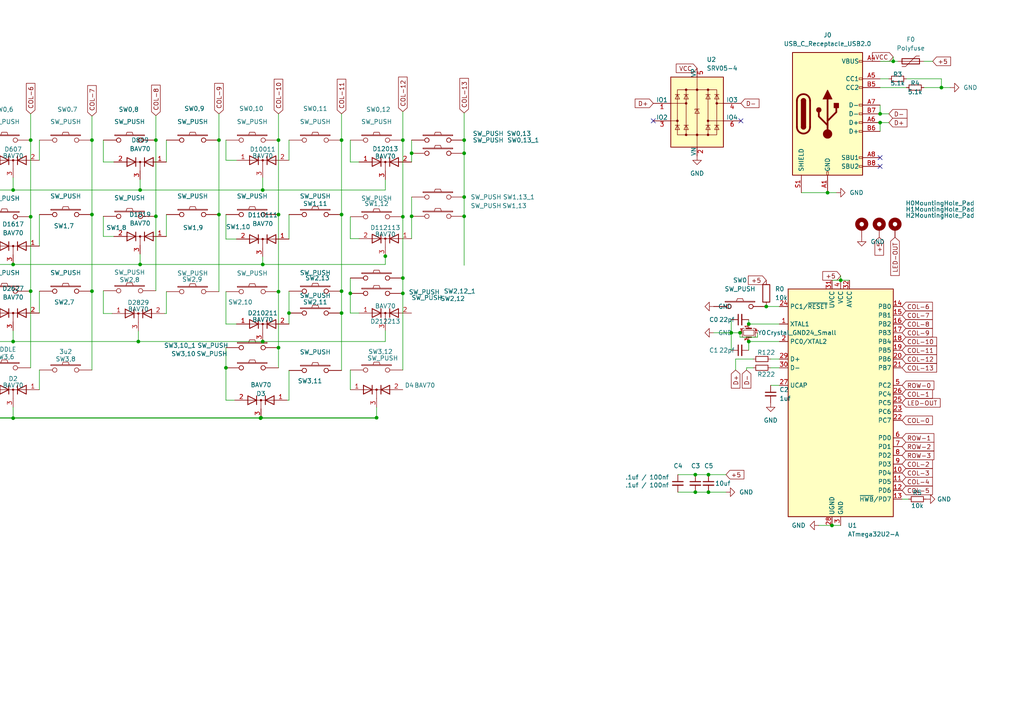
<source format=kicad_sch>
(kicad_sch (version 20211123) (generator eeschema)
  (paper "A4")
  (junction (at 134.62 57.15))
  (junction (at 26.67 40.64))
  (junction (at 212.09 96.52))
  (junction (at 205.486 142.748))
  (junction (at 119.38 62.738))
  (junction (at 241.3 152.4))
  (junction (at 109.22 121.158))
  (junction (at -68.58 84.328))
  (junction (at 217.17 93.98))
  (junction (at 99.06 62.23))
  (junction (at 65.532 106.68))
  (junction (at -103.886 84.328))
  (junction (at -68.58 40.64))
  (junction (at -108.204 76.708))
  (junction (at 45.212 40.64))
  (junction (at 76.2 99.06))
  (junction (at 80.772 62.23))
  (junction (at 134.62 40.64))
  (junction (at 8.89 62.865))
  (junction (at -103.886 40.64))
  (junction (at 75.565 121.285))
  (junction (at 116.84 80.645))
  (junction (at 3.81 121.285))
  (junction (at 214.63 96.52))
  (junction (at 83.82 90.805))
  (junction (at -27.305 40.64))
  (junction (at 116.84 40.64))
  (junction (at -108.712 121.158))
  (junction (at 75.692 121.158))
  (junction (at -8.89 40.64))
  (junction (at 119.38 44.45))
  (junction (at 101.6 85.09))
  (junction (at 116.84 85.09))
  (junction (at -50.8 84.455))
  (junction (at 255.27 33.02))
  (junction (at 3.81 55.118))
  (junction (at 111.76 74.295))
  (junction (at 3.81 76.708))
  (junction (at 26.67 84.455))
  (junction (at 240.03 55.88))
  (junction (at -50.8 40.64))
  (junction (at -27.178 62.23))
  (junction (at -73.66 76.708))
  (junction (at -108.458 55.118))
  (junction (at -103.886 62.738))
  (junction (at 63.5 62.23))
  (junction (at 3.81 99.06))
  (junction (at -8.89 62.23))
  (junction (at 80.772 40.64))
  (junction (at -68.58 62.865))
  (junction (at 217.17 99.06))
  (junction (at 40.132 99.06))
  (junction (at 134.62 62.738))
  (junction (at 8.89 40.64))
  (junction (at -6.35 62.865))
  (junction (at 205.486 137.668))
  (junction (at 99.06 40.64))
  (junction (at -27.178 40.64))
  (junction (at -85.598 40.386))
  (junction (at 222.25 88.9))
  (junction (at -31.75 55.118))
  (junction (at -85.598 84.328))
  (junction (at -50.8 62.865))
  (junction (at 40.64 76.708))
  (junction (at 243.84 81.28))
  (junction (at 259.08 17.78))
  (junction (at -73.66 55.118))
  (junction (at 45.212 62.738))
  (junction (at 80.772 84.582))
  (junction (at -32.004 76.708))
  (junction (at 40.64 55.118))
  (junction (at 255.27 35.56))
  (junction (at 116.84 62.865))
  (junction (at 201.676 142.748))
  (junction (at -68.58 102.87))
  (junction (at 201.676 137.668))
  (junction (at 26.67 62.23))
  (junction (at -85.598 62.484))
  (junction (at 76.2 55.118))
  (junction (at 273.05 25.4))
  (junction (at 99.06 90.805))
  (junction (at -108.458 99.06))
  (junction (at -31.75 99.06))
  (junction (at 99.06 84.455))
  (junction (at -83.82 107.315))
  (junction (at 63.5 40.64))
  (junction (at -73.66 99.06))
  (junction (at 134.62 44.45))
  (junction (at 80.772 100.838))
  (junction (at 76.2 76.708))
  (junction (at 8.89 84.455))
  (no_connect (at 214.884 35.052))
  (no_connect (at 255.27 45.72))
  (no_connect (at 189.484 35.052))
  (no_connect (at 255.27 48.26))
  (wire (pts (xy 267.97 17.78) (xy 270.51 17.78)))
  (wire (pts (xy 3.81 55.118) (xy 40.64 55.118)))
  (wire (pts (xy -119.126 116.078) (xy -119.126 106.68)))
  (wire (pts (xy 63.5 40.64) (xy 63.5 62.23)))
  (wire (pts (xy 68.58 69.342) (xy 65.532 69.342)))
  (wire (pts (xy 29.972 46.99) (xy 29.972 40.64)))
  (wire (pts (xy -83.82 113.03) (xy -81.28 113.03)))
  (wire (pts (xy 219.71 97.79) (xy 214.63 97.79)))
  (wire (pts (xy 80.772 40.64) (xy 80.772 62.23)))
  (wire (pts (xy 48.26 40.64) (xy 48.26 46.99)))
  (wire (pts (xy 3.81 118.11) (xy 3.81 121.285)))
  (wire (pts (xy -6.35 46.482) (xy -3.81 46.482)))
  (wire (pts (xy 109.22 118.11) (xy 109.22 121.158)))
  (wire (pts (xy 217.17 92.71) (xy 217.17 93.98)))
  (wire (pts (xy -85.598 33.274) (xy -85.598 40.386)))
  (wire (pts (xy 76.2 55.118) (xy 111.76 55.118)))
  (wire (pts (xy 205.486 137.668) (xy 210.566 137.668)))
  (wire (pts (xy 101.6 107.315) (xy 101.6 113.03)))
  (wire (pts (xy -100.838 40.386) (xy -100.838 46.228)))
  (wire (pts (xy -24.13 62.23) (xy -24.13 68.58)))
  (wire (pts (xy -81.28 50.038) (xy -83.82 50.038)))
  (wire (pts (xy 243.84 81.28) (xy 246.38 81.28)))
  (wire (pts (xy -31.75 99.06) (xy 3.81 99.06)))
  (wire (pts (xy 119.38 40.64) (xy 119.38 44.45)))
  (wire (pts (xy -73.66 99.06) (xy -31.75 99.06)))
  (wire (pts (xy -100.838 62.484) (xy -100.838 63.5)))
  (wire (pts (xy 134.62 40.64) (xy 134.62 44.45)))
  (wire (pts (xy -85.598 40.386) (xy -85.598 62.484)))
  (wire (pts (xy -119.126 90.678) (xy -116.078 90.678)))
  (wire (pts (xy 217.17 99.06) (xy 217.17 101.6)))
  (wire (pts (xy 76.2 76.708) (xy 111.76 76.708)))
  (wire (pts (xy 111.76 52.07) (xy 111.76 55.118)))
  (wire (pts (xy 101.6 62.865) (xy 101.6 69.215)))
  (wire (pts (xy 201.676 142.748) (xy 205.486 142.748)))
  (wire (pts (xy -100.584 63.5) (xy -100.584 68.58)))
  (wire (pts (xy -85.598 62.484) (xy -85.598 84.328)))
  (wire (pts (xy -66.04 40.64) (xy -66.04 50.038)))
  (wire (pts (xy -24.13 40.64) (xy -24.13 46.482)))
  (wire (pts (xy -50.8 33.02) (xy -50.8 40.64)))
  (wire (pts (xy -103.886 84.328) (xy -103.886 106.68)))
  (wire (pts (xy -6.35 113.03) (xy -3.81 113.03)))
  (wire (pts (xy 3.81 95.885) (xy 3.81 99.06)))
  (wire (pts (xy 196.596 137.668) (xy 201.676 137.668)))
  (wire (pts (xy 99.06 90.805) (xy 99.06 107.442)))
  (wire (pts (xy 65.532 69.342) (xy 65.532 62.23)))
  (wire (pts (xy 80.772 62.23) (xy 80.772 84.582)))
  (wire (pts (xy -83.82 68.58) (xy -81.28 68.58)))
  (wire (pts (xy 101.6 85.09) (xy 101.6 80.645)))
  (wire (pts (xy -83.82 107.315) (xy -83.82 113.03)))
  (wire (pts (xy 99.06 33.02) (xy 99.06 40.64)))
  (wire (pts (xy 212.09 96.52) (xy 212.09 101.6)))
  (wire (pts (xy 255.27 35.56) (xy 255.27 38.1)))
  (wire (pts (xy 116.84 32.385) (xy 116.84 40.64)))
  (wire (pts (xy 29.972 90.932) (xy 32.512 90.932)))
  (wire (pts (xy 119.38 62.738) (xy 119.38 69.215)))
  (wire (pts (xy 83.82 40.64) (xy 83.82 46.482)))
  (wire (pts (xy 259.08 16.51) (xy 259.08 17.78)))
  (wire (pts (xy -27.178 62.23) (xy -27.178 84.582)))
  (wire (pts (xy 214.63 97.79) (xy 214.63 96.52)))
  (wire (pts (xy 40.64 76.708) (xy 76.2 76.708)))
  (wire (pts (xy -27.305 40.64) (xy -27.178 40.64)))
  (wire (pts (xy 83.82 116.078) (xy 83.312 116.078)))
  (wire (pts (xy 63.5 62.23) (xy 63.5 84.582)))
  (wire (pts (xy 3.81 51.562) (xy 3.81 55.118)))
  (wire (pts (xy -100.838 63.5) (xy -100.584 63.5)))
  (wire (pts (xy 111.76 95.885) (xy 111.76 99.06)))
  (wire (pts (xy 29.972 84.328) (xy 29.972 90.932)))
  (wire (pts (xy -103.886 40.64) (xy -103.886 62.738)))
  (wire (pts (xy -83.82 62.865) (xy -83.82 68.58)))
  (wire (pts (xy -127.254 99.06) (xy -108.458 99.06)))
  (wire (pts (xy 40.64 55.118) (xy 76.2 55.118)))
  (wire (pts (xy -31.75 51.562) (xy -31.75 55.118)))
  (wire (pts (xy -32.004 73.66) (xy -32.004 76.708)))
  (wire (pts (xy 40.64 52.07) (xy 40.64 55.118)))
  (wire (pts (xy 255.27 30.48) (xy 255.27 33.02)))
  (wire (pts (xy -27.178 40.64) (xy -27.178 62.23)))
  (wire (pts (xy 99.06 40.64) (xy 99.06 62.23)))
  (wire (pts (xy 223.52 111.76) (xy 226.06 111.76)))
  (wire (pts (xy 116.84 85.09) (xy 116.84 107.315)))
  (wire (pts (xy 26.67 33.655) (xy 26.67 40.64)))
  (wire (pts (xy -42.418 90.678) (xy -42.418 84.582)))
  (wire (pts (xy 232.41 55.88) (xy 240.03 55.88)))
  (wire (pts (xy 217.17 99.06) (xy 226.06 99.06)))
  (wire (pts (xy 83.82 90.805) (xy 83.82 93.98)))
  (wire (pts (xy 134.62 57.15) (xy 134.62 62.738)))
  (wire (pts (xy -6.35 62.865) (xy -6.35 71.374)))
  (wire (pts (xy -6.35 40.64) (xy -6.35 46.482)))
  (wire (pts (xy 259.08 17.78) (xy 260.35 17.78)))
  (wire (pts (xy -68.58 40.64) (xy -68.58 62.865)))
  (wire (pts (xy -108.458 99.06) (xy -73.66 99.06)))
  (wire (pts (xy 80.772 100.838) (xy 80.772 106.68)))
  (wire (pts (xy 11.43 62.23) (xy 11.43 71.374)))
  (wire (pts (xy 255.27 25.4) (xy 262.89 25.4)))
  (wire (pts (xy 101.6 40.64) (xy 101.6 46.99)))
  (wire (pts (xy -68.58 102.87) (xy -68.58 107.315)))
  (wire (pts (xy 216.535 106.68) (xy 216.535 107.315)))
  (wire (pts (xy 243.84 80.01) (xy 243.84 81.28)))
  (wire (pts (xy -103.886 62.738) (xy -103.886 84.328)))
  (wire (pts (xy -119.126 68.58) (xy -115.824 68.58)))
  (wire (pts (xy -8.89 40.64) (xy -8.89 62.23)))
  (wire (pts (xy -119.126 40.64) (xy -119.126 46.228)))
  (wire (pts (xy 212.09 92.71) (xy 212.09 96.52)))
  (wire (pts (xy 104.14 90.805) (xy 101.6 90.805)))
  (wire (pts (xy -108.458 51.308) (xy -108.458 55.118)))
  (wire (pts (xy -50.8 62.865) (xy -50.8 84.455)))
  (wire (pts (xy -66.04 84.455) (xy -66.04 90.678)))
  (wire (pts (xy 8.89 33.02) (xy 8.89 40.64)))
  (wire (pts (xy 3.81 76.708) (xy 40.64 76.708)))
  (wire (pts (xy 116.84 80.645) (xy 116.84 85.09)))
  (wire (pts (xy -119.126 62.738) (xy -119.126 68.58)))
  (wire (pts (xy -24.13 68.58) (xy -24.384 68.58)))
  (wire (pts (xy -119.126 84.328) (xy -119.126 90.678)))
  (wire (pts (xy 33.02 46.99) (xy 29.972 46.99)))
  (wire (pts (xy 134.62 44.45) (xy 134.62 57.15)))
  (wire (pts (xy 68.58 46.482) (xy 65.532 46.482)))
  (wire (pts (xy 83.82 62.23) (xy 83.82 69.342)))
  (wire (pts (xy -3.81 71.374) (xy -6.35 71.374)))
  (wire (pts (xy -100.838 116.078) (xy -101.092 116.078)))
  (wire (pts (xy 109.22 121.158) (xy 109.22 121.285)))
  (wire (pts (xy 237.49 152.4) (xy 241.3 152.4)))
  (wire (pts (xy -73.66 55.118) (xy -108.458 55.118)))
  (wire (pts (xy 83.82 107.442) (xy 83.82 116.078)))
  (wire (pts (xy 273.05 22.86) (xy 273.05 25.4)))
  (wire (pts (xy -73.66 73.66) (xy -73.66 76.708)))
  (wire (pts (xy -83.82 40.64) (xy -83.82 50.038)))
  (wire (pts (xy 65.532 100.838) (xy 65.532 106.68)))
  (wire (pts (xy 65.532 116.078) (xy 65.532 106.68)))
  (wire (pts (xy -108.458 55.118) (xy -127.508 55.118)))
  (wire (pts (xy 255.27 35.56) (xy 257.81 35.56)))
  (wire (pts (xy 111.76 74.168) (xy 111.76 74.295)))
  (wire (pts (xy -73.66 95.758) (xy -73.66 99.06)))
  (wire (pts (xy 75.565 121.285) (xy 109.22 121.285)))
  (wire (pts (xy -85.598 84.328) (xy -85.598 107.95)))
  (wire (pts (xy -108.204 73.66) (xy -108.204 76.708)))
  (wire (pts (xy -83.82 102.87) (xy -83.82 107.315)))
  (wire (pts (xy 11.43 107.315) (xy 11.43 113.03)))
  (wire (pts (xy 134.62 32.766) (xy 134.62 40.64)))
  (wire (pts (xy 212.09 96.52) (xy 214.63 96.52)))
  (wire (pts (xy -50.8 40.64) (xy -50.8 62.865)))
  (wire (pts (xy 45.212 33.528) (xy 45.212 40.64)))
  (wire (pts (xy 65.532 84.582) (xy 65.532 93.98)))
  (wire (pts (xy -83.82 84.328) (xy -83.82 90.678)))
  (wire (pts (xy -42.418 40.64) (xy -42.418 46.482)))
  (wire (pts (xy 240.03 55.88) (xy 242.57 55.88)))
  (wire (pts (xy 11.43 84.455) (xy 11.43 90.805)))
  (wire (pts (xy -24.13 84.328) (xy -24.13 90.678)))
  (wire (pts (xy 3.81 121.285) (xy 75.565 121.285)))
  (wire (pts (xy 205.486 142.748) (xy 210.566 142.748)))
  (wire (pts (xy 134.62 62.738) (xy 134.62 76.962)))
  (wire (pts (xy 218.44 106.68) (xy 216.535 106.68)))
  (wire (pts (xy -103.886 32.258) (xy -103.886 40.64)))
  (wire (pts (xy 101.6 90.805) (xy 101.6 85.09)))
  (wire (pts (xy 26.67 40.64) (xy 26.67 62.23)))
  (wire (pts (xy -8.89 33.655) (xy -8.89 40.64)))
  (wire (pts (xy 255.27 17.78) (xy 259.08 17.78)))
  (wire (pts (xy -116.332 116.078) (xy -119.126 116.078)))
  (wire (pts (xy -42.418 46.482) (xy -39.37 46.482)))
  (wire (pts (xy 3.81 76.454) (xy 3.81 76.708)))
  (wire (pts (xy 255.27 22.86) (xy 257.81 22.86)))
  (wire (pts (xy 40.132 96.012) (xy 40.132 99.06)))
  (wire (pts (xy 45.212 62.738) (xy 45.212 84.328)))
  (wire (pts (xy 29.972 62.738) (xy 29.972 68.58)))
  (wire (pts (xy 3.81 99.06) (xy 40.132 99.06)))
  (wire (pts (xy 241.3 152.4) (xy 243.84 152.4)))
  (wire (pts (xy 111.76 74.295) (xy 111.76 76.708)))
  (wire (pts (xy 273.05 25.4) (xy 267.97 25.4)))
  (wire (pts (xy -100.838 84.328) (xy -100.838 90.678)))
  (wire (pts (xy -27.305 32.258) (xy -27.305 40.64)))
  (wire (pts (xy 213.36 104.14) (xy 213.36 107.315)))
  (wire (pts (xy 26.67 62.23) (xy 26.67 84.455)))
  (wire (pts (xy 8.89 62.865) (xy 8.89 84.455)))
  (wire (pts (xy -31.75 95.758) (xy -31.75 99.06)))
  (wire (pts (xy 116.84 40.64) (xy 116.84 62.865)))
  (wire (pts (xy 8.89 84.455) (xy 8.89 106.68)))
  (wire (pts (xy 119.38 44.45) (xy 119.38 46.99)))
  (wire (pts (xy 40.132 99.06) (xy 76.2 99.06)))
  (wire (pts (xy 99.06 84.455) (xy 99.06 90.805)))
  (wire (pts (xy -73.66 121.285) (xy 3.81 121.285)))
  (wire (pts (xy 26.67 84.455) (xy 26.67 107.315)))
  (wire (pts (xy 83.82 84.455) (xy 83.82 90.805)))
  (wire (pts (xy -127 76.708) (xy -108.204 76.708)))
  (wire (pts (xy -66.04 62.865) (xy -66.04 68.58)))
  (wire (pts (xy -6.35 106.68) (xy -6.35 113.03)))
  (wire (pts (xy 255.27 33.02) (xy 257.81 33.02)))
  (wire (pts (xy -68.58 84.328) (xy -68.58 102.87)))
  (wire (pts (xy 217.17 93.98) (xy 226.06 93.98)))
  (wire (pts (xy 65.532 46.482) (xy 65.532 40.64)))
  (wire (pts (xy 116.84 62.865) (xy 116.84 80.645)))
  (wire (pts (xy 223.52 104.14) (xy 226.06 104.14)))
  (wire (pts (xy -108.712 121.158) (xy 75.692 121.158)))
  (wire (pts (xy -73.66 76.708) (xy -32.004 76.708)))
  (wire (pts (xy 29.972 68.58) (xy 33.02 68.58)))
  (wire (pts (xy 261.62 144.78) (xy 263.525 144.78)))
  (wire (pts (xy 48.26 62.23) (xy 48.26 68.58)))
  (wire (pts (xy -6.35 62.738) (xy -6.35 62.865)))
  (wire (pts (xy 101.6 69.215) (xy 104.14 69.215)))
  (wire (pts (xy -31.75 55.118) (xy 3.81 55.118)))
  (wire (pts (xy -68.58 62.865) (xy -68.58 84.328)))
  (wire (pts (xy 40.64 73.66) (xy 40.64 76.708)))
  (wire (pts (xy -66.04 106.68) (xy -66.04 113.03)))
  (wire (pts (xy 80.772 84.582) (xy 80.772 100.838)))
  (wire (pts (xy -6.35 90.805) (xy -6.35 84.455)))
  (wire (pts (xy -42.418 68.58) (xy -39.624 68.58)))
  (wire (pts (xy -8.89 62.23) (xy -8.89 84.328)))
  (wire (pts (xy -42.418 62.23) (xy -42.418 68.58)))
  (wire (pts (xy -32.004 76.708) (xy 3.81 76.708)))
  (wire (pts (xy 223.52 106.68) (xy 226.06 106.68)))
  (wire (pts (xy 262.89 22.86) (xy 273.05 22.86)))
  (wire (pts (xy -73.66 55.118) (xy -31.75 55.118)))
  (wire (pts (xy -68.58 32.385) (xy -68.58 40.64)))
  (wire (pts (xy -100.838 107.95) (xy -100.838 116.078)))
  (wire (pts (xy -108.458 95.758) (xy -108.458 99.06)))
  (wire (pts (xy 196.596 142.748) (xy 201.676 142.748)))
  (wire (pts (xy -119.126 46.228) (xy -116.078 46.228)))
  (wire (pts (xy 218.44 104.14) (xy 213.36 104.14)))
  (wire (pts (xy 80.772 33.02) (xy 80.772 40.64)))
  (wire (pts (xy 48.26 90.932) (xy 47.752 90.932)))
  (wire (pts (xy 99.06 62.23) (xy 99.06 84.455)))
  (wire (pts (xy -50.8 84.455) (xy -50.8 106.68)))
  (wire (pts (xy 65.532 93.98) (xy 68.58 93.98)))
  (wire (pts (xy 68.072 116.078) (xy 65.532 116.078)))
  (wire (pts (xy 76.2 99.06) (xy 111.76 99.06)))
  (wire (pts (xy -83.82 90.678) (xy -81.28 90.678)))
  (wire (pts (xy 273.05 25.4) (xy 275.59 25.4)))
  (wire (pts (xy 101.6 46.99) (xy 104.14 46.99)))
  (wire (pts (xy 201.676 137.668) (xy 205.486 137.668)))
  (wire (pts (xy 119.38 57.15) (xy 119.38 62.738)))
  (wire (pts (xy -108.204 76.708) (xy -73.66 76.708)))
  (wire (pts (xy 45.212 40.64) (xy 45.212 62.738)))
  (wire (pts (xy 11.43 40.64) (xy 11.43 46.482)))
  (wire (pts (xy -127 121.158) (xy -108.712 121.158)))
  (wire (pts (xy 241.3 81.28) (xy 243.84 81.28)))
  (wire (pts (xy 63.5 33.02) (xy 63.5 40.64)))
  (wire (pts (xy -3.81 90.805) (xy -6.35 90.805)))
  (wire (pts (xy 76.2 74.422) (xy 76.2 76.708)))
  (wire (pts (xy 75.692 121.158) (xy 109.22 121.158)))
  (wire (pts (xy -39.37 90.678) (xy -42.418 90.678)))
  (wire (pts (xy 76.2 51.562) (xy 76.2 55.118)))
  (wire (pts (xy 219.71 96.52) (xy 219.71 97.79)))
  (wire (pts (xy 8.89 40.64) (xy 8.89 62.865)))
  (wire (pts (xy 48.26 84.582) (xy 48.26 90.932)))
  (wire (pts (xy -73.66 118.11) (xy -73.66 121.285)))
  (wire (pts (xy 207.01 96.52) (xy 212.09 96.52)))
  (wire (pts (xy 222.25 88.9) (xy 226.06 88.9)))
  (global_label "+5" (shape input) (at 243.84 80.01 180) (property "Intersheet References" "${INTERSHEET_REFS}" (effects hide)))
  (global_label "COL-8" (shape input) (at 45.212 33.528 90) (property "Intersheet References" "${INTERSHEET_REFS}" (effects hide)))
  (global_label "VCC" (shape input) (at 202.184 19.812 180) (property "Intersheet References" "${INTERSHEET_REFS}" (effects hide)))
  (global_label "COL-12" (shape input) (at 116.84 32.385 90) (property "Intersheet References" "${INTERSHEET_REFS}" (effects hide)))
  (global_label "LED-OUT" (shape input) (at 259.588 68.834 270) (property "Intersheet References" "${INTERSHEET_REFS}" (effects hide)))
  (global_label "COL-1" (shape input) (at 261.62 114.3 0) (property "Intersheet References" "${INTERSHEET_REFS}" (effects hide)))
  (global_label "ROW-2" (shape input) (at 261.62 129.54 0) (property "Intersheet References" "${INTERSHEET_REFS}" (effects hide)))
  (global_label "VCC" (shape input) (at 259.08 16.51 180) (property "Intersheet References" "${INTERSHEET_REFS}" (effects hide)))
  (global_label "COL-12" (shape input) (at 261.62 104.14 0) (property "Intersheet References" "${INTERSHEET_REFS}" (effects hide)))
  (global_label "COL-2" (shape input) (at -68.58 32.385 90) (property "Intersheet References" "${INTERSHEET_REFS}" (effects hide)))
  (global_label "ROW-3" (shape input) (at 261.62 132.08 0) (property "Intersheet References" "${INTERSHEET_REFS}" (effects hide)))
  (global_label "COL-9" (shape input) (at 63.5 33.02 90) (property "Intersheet References" "${INTERSHEET_REFS}" (effects hide)))
  (global_label "COL-9" (shape input) (at 261.62 96.52 0) (property "Intersheet References" "${INTERSHEET_REFS}" (effects hide)))
  (global_label "COL-11" (shape input) (at 99.06 33.02 90) (property "Intersheet References" "${INTERSHEET_REFS}" (effects hide)))
  (global_label "COL-3" (shape input) (at 261.62 137.16 0) (property "Intersheet References" "${INTERSHEET_REFS}" (effects hide)))
  (global_label "COL-3" (shape input) (at -50.8 33.02 90) (property "Intersheet References" "${INTERSHEET_REFS}" (effects hide)))
  (global_label "COL-2" (shape input) (at 261.62 134.62 0) (property "Intersheet References" "${INTERSHEET_REFS}" (effects hide)))
  (global_label "COL-10" (shape input) (at 261.62 99.06 0) (property "Intersheet References" "${INTERSHEET_REFS}" (effects hide)))
  (global_label "COL-7" (shape input) (at 261.62 91.44 0) (property "Intersheet References" "${INTERSHEET_REFS}" (effects hide)))
  (global_label "D-" (shape input) (at 216.535 107.315 270) (property "Intersheet References" "${INTERSHEET_REFS}" (effects hide)))
  (global_label "COL-6" (shape input) (at 261.62 88.9 0) (property "Intersheet References" "${INTERSHEET_REFS}" (effects hide)))
  (global_label "COL-6" (shape input) (at 8.89 33.02 90) (property "Intersheet References" "${INTERSHEET_REFS}" (effects hide)))
  (global_label "ROW-1" (shape input) (at 261.62 127 0) (property "Intersheet References" "${INTERSHEET_REFS}" (effects hide)))
  (global_label "COL-7" (shape input) (at 26.67 33.655 90) (property "Intersheet References" "${INTERSHEET_REFS}" (effects hide)))
  (global_label "COL-13" (shape input) (at 134.62 32.766 90) (property "Intersheet References" "${INTERSHEET_REFS}" (effects hide)))
  (global_label "ROW-1" (shape input) (at -127 76.708 180) (property "Intersheet References" "${INTERSHEET_REFS}" (effects hide)))
  (global_label "D+" (shape input) (at 189.484 29.972 180) (property "Intersheet References" "${INTERSHEET_REFS}" (effects hide)))
  (global_label "+5" (shape input) (at 210.566 137.668 0) (property "Intersheet References" "${INTERSHEET_REFS}" (effects hide)))
  (global_label "+5" (shape input) (at 255.016 68.834 270) (property "Intersheet References" "${INTERSHEET_REFS}" (effects hide)))
  (global_label "COL-4" (shape input) (at 261.62 139.7 0) (property "Intersheet References" "${INTERSHEET_REFS}" (effects hide)))
  (global_label "+5" (shape input) (at 270.51 17.78 0) (property "Intersheet References" "${INTERSHEET_REFS}" (effects hide)))
  (global_label "D+" (shape input) (at 213.36 107.315 270) (property "Intersheet References" "${INTERSHEET_REFS}" (effects hide)))
  (global_label "COL-8" (shape input) (at 261.62 93.98 0) (property "Intersheet References" "${INTERSHEET_REFS}" (effects hide)))
  (global_label "COL-5" (shape input) (at 261.62 142.24 0) (property "Intersheet References" "${INTERSHEET_REFS}" (effects hide)))
  (global_label "D-" (shape input) (at 214.884 29.972 0) (property "Intersheet References" "${INTERSHEET_REFS}" (effects hide)))
  (global_label "D+" (shape input) (at 257.81 35.56 0) (property "Intersheet References" "${INTERSHEET_REFS}" (effects hide)))
  (global_label "ROW-3" (shape input) (at -127 121.158 180) (property "Intersheet References" "${INTERSHEET_REFS}" (effects hide)))
  (global_label "ROW-0" (shape input) (at -127.508 55.118 180) (property "Intersheet References" "${INTERSHEET_REFS}" (effects hide)))
  (global_label "ROW-0" (shape input) (at 261.62 111.76 0) (property "Intersheet References" "${INTERSHEET_REFS}" (effects hide)))
  (global_label "ROW-2" (shape input) (at -127.254 99.06 180) (property "Intersheet References" "${INTERSHEET_REFS}" (effects hide)))
  (global_label "+5" (shape input) (at 222.25 81.28 180) (property "Intersheet References" "${INTERSHEET_REFS}" (effects hide)))
  (global_label "COL-4" (shape input) (at -27.305 32.258 90) (property "Intersheet References" "${INTERSHEET_REFS}" (effects hide)))
  (global_label "COL-11" (shape input) (at 261.62 101.6 0) (property "Intersheet References" "${INTERSHEET_REFS}" (effects hide)))
  (global_label "D-" (shape input) (at 257.81 33.02 0) (property "Intersheet References" "${INTERSHEET_REFS}" (effects hide)))
  (global_label "COL-13" (shape input) (at 261.62 106.68 0) (property "Intersheet References" "${INTERSHEET_REFS}" (effects hide)))
  (global_label "COL-5" (shape input) (at -8.89 33.655 90) (property "Intersheet References" "${INTERSHEET_REFS}" (effects hide)))
  (global_label "LED-OUT" (shape input) (at 261.62 116.84 0) (property "Intersheet References" "${INTERSHEET_REFS}" (effects hide)))
  (global_label "COL-10" (shape input) (at 80.772 33.02 90) (property "Intersheet References" "${INTERSHEET_REFS}" (effects hide)))
  (global_label "COL-0" (shape input) (at -103.886 32.258 90) (property "Intersheet References" "${INTERSHEET_REFS}" (effects hide)))
  (global_label "COL-0" (shape input) (at 261.62 121.92 0) (property "Intersheet References" "${INTERSHEET_REFS}" (effects hide)))
  (global_label "COL-1" (shape input) (at -85.598 33.274 90) (property "Intersheet References" "${INTERSHEET_REFS}" (effects hide)))
  (symbol (lib_id "Diode:BAV70") (at 76.2 93.98 0) (unit 1)
    (property "Reference" "D210211" (at 76.2 90.805 0))
    (property "Value" "BAV70" (at 76.2 92.71 0))
    (property "Footprint" "Package_TO_SOT_SMD:SOT-23" (effects hide))
    (property "Datasheet" "https://assets.nexperia.com/documents/data-sheet/BAV70_SER.pdf" (effects hide))
    (property "LCSC" "C68978" (effects hide))
  )
  (symbol (lib_id "Device:Crystal_GND24_Small") (at 217.17 96.52 270) (unit 1)
    (property "Reference" "Y0" (at 220.98 96.52 90))
    (property "Value" "Crystal_GND24_Small" (at 232.41 96.52 90))
    (property "Footprint" "Crystal:Crystal_SMD_3225-4Pin_3.2x2.5mm" (effects hide))
    (property "LCSC" "C13738" (effects hide))
  )
  (symbol (lib_id "keyboard_parts:SW_PUSH") (at 73.152 106.68 0) (unit 1)
    (property "Reference" "SW3,10" (at 53.213 102.616 0))
    (property "Value" "SW_PUSH" (at 61.468 102.616 0))
    (property "Footprint" "kbd:keyswitch_cherrymx_alps_combo_fixed" (effects hide))
  )
  (symbol (lib_id "Diode:BAV70") (at 3.81 71.374 0) (mirror y) (unit 1)
    (property "Reference" "D1617" (at 3.81 65.024 0))
    (property "Value" "BAV70" (at 3.81 67.564 0))
    (property "Footprint" "Package_TO_SOT_SMD:SOT-23" (effects hide))
    (property "Datasheet" "https://assets.nexperia.com/documents/data-sheet/BAV70_SER.pdf" (effects hide))
    (property "LCSC" "C68978" (effects hide))
  )
  (symbol (lib_id "Device:R_Small") (at 266.065 144.78 90) (unit 1)
    (property "Reference" "R5" (at 266.065 142.875 90))
    (property "Value" "10k" (at 266.065 146.685 90))
    (property "Footprint" "Diode_SMD:D_0805_2012Metric" (effects hide))
    (property "LCSC" "C17414" (effects hide))
  )
  (symbol (lib_id "keyboard_parts:SW_PUSH") (at -76.2 40.64 0) (unit 1)
    (property "Reference" "SW0,2" (at -76.2 31.75 0))
    (property "Value" "SW_PUSH" (at -76.2 35.306 0))
    (property "Footprint" "kbd:keyswitch_cherrymx_alps_combo_fixed" (effects hide))
  )
  (symbol (lib_id "Diode:BAV70") (at -73.66 68.58 0) (mirror y) (unit 1)
    (property "Reference" "D1213" (at -73.66 65.405 0))
    (property "Value" "BAV70" (at -73.66 67.31 0))
    (property "Footprint" "Package_TO_SOT_SMD:SOT-23" (effects hide))
    (property "Datasheet" "https://assets.nexperia.com/documents/data-sheet/BAV70_SER.pdf" (effects hide))
    (property "LCSC" "C68978" (effects hide))
  )
  (symbol (lib_id "keyboard_parts:SW_PUSH") (at 19.05 62.23 0) (unit 1)
    (property "Reference" "SW1,7" (at 18.542 65.532 0))
    (property "Value" "SW_PUSH" (at 19.05 56.896 0))
    (property "Footprint" "kbd:keyswitch_cherrymx_alps_combo_fixed" (effects hide))
  )
  (symbol (lib_id "keyboard_parts:SW_PUSH") (at 55.88 40.64 0) (unit 1)
    (property "Reference" "SW0,9" (at 56.388 31.496 0))
    (property "Value" "SW_PUSH" (at 55.88 35.306 0))
    (property "Footprint" "kbd:keyswitch_cherrymx_alps_combo_fixed" (effects hide))
  )
  (symbol (lib_id "power:GND") (at 249.936 68.834 0) (unit 1)
    (property "Reference" "#PWR0110" (effects hide))
    (property "Value" "GND" (at 252.476 70.1039 0) (effects (justify left)))
  )
  (symbol (lib_id "Diode:BAV70") (at -73.66 90.678 0) (unit 1)
    (property "Reference" "D2223" (at -73.66 87.503 0))
    (property "Value" "BAV70" (at -73.66 89.408 0))
    (property "Footprint" "Package_TO_SOT_SMD:SOT-23" (effects hide))
    (property "Datasheet" "https://assets.nexperia.com/documents/data-sheet/BAV70_SER.pdf" (effects hide))
    (property "LCSC" "C68978" (effects hide))
  )
  (symbol (lib_id "keyboard_parts:SW_PUSH") (at 127 40.64 0) (unit 1)
    (property "Reference" "SW0,13" (at 150.495 38.735 0))
    (property "Value" "SW_PUSH" (at 141.605 38.735 0))
    (property "Footprint" "kbd:keyswitch_cherrymx_alps_combo_fixed" (effects hide))
  )
  (symbol (lib_id "keyboard_parts:SW_PUSH") (at -93.218 84.328 0) (unit 1)
    (property "Reference" "SW2,1" (at -93.218 80.772 0))
    (property "Value" "SW_PUSH" (at -93.218 78.994 0))
    (property "Footprint" "kbd:keyswitch_cherrymx_alps_combo_fixed" (effects hide))
  )
  (symbol (lib_id "keyboard_parts:SW_PUSH") (at 19.05 84.455 0) (unit 1)
    (property "Reference" "SW2,7" (at 18.669 87.63 0))
    (property "Value" "SW_PUSH" (at 19.05 79.121 0))
    (property "Footprint" "kbd:keyswitch_cherrymx_alps_combo_fixed" (effects hide))
  )
  (symbol (lib_id "keyboard_parts:SW_PUSH") (at -16.51 62.23 0) (unit 1)
    (property "Reference" "SW1,5" (at -17.018 65.024 0))
    (property "Value" "SW_PUSH" (at -16.51 56.896 0))
    (property "Footprint" "kbd:keyswitch_cherrymx_alps_combo_fixed" (effects hide))
  )
  (symbol (lib_id "power:GND") (at 242.57 55.88 90) (unit 1)
    (property "Reference" "#PWR0108" (effects hide))
    (property "Value" "GND" (at 246.38 55.8799 90) (effects (justify right)))
  )
  (symbol (lib_id "Mechanical:MountingHole_Pad") (at 255.016 66.294 0) (unit 1)
    (property "Reference" "H1" (at 262.636 60.706 0) (effects (justify left)))
    (property "Value" "MountingHole_Pad" (at 265.176 58.928 0) (effects (justify left)))
    (property "Footprint" "Connector_Pin:Pin_D0.7mm_L6.5mm_W1.8mm_FlatFork" (effects hide))
  )
  (symbol (lib_id "keyboard_parts:SW_PUSH") (at 1.27 40.64 0) (unit 1)
    (property "Reference" "SW0,6" (at 1.016 31.75 0))
    (property "Value" "SW_PUSH" (at 1.27 35.306 0))
    (property "Footprint" "kbd:keyswitch_cherrymx_alps_combo_fixed" (effects hide))
  )
  (symbol (lib_id "power:GND") (at 268.605 144.78 90) (unit 1)
    (property "Reference" "#PWR0104" (effects hide))
    (property "Value" "GND" (at 271.78 144.7799 90) (effects (justify right)))
  )
  (symbol (lib_id "Device:R_Small") (at 265.43 25.4 90) (unit 1)
    (property "Reference" "R4" (at 265.43 24.13 90))
    (property "Value" "5.1k" (at 265.43 26.67 90))
    (property "Footprint" "Diode_SMD:D_0805_2012Metric" (effects hide))
    (property "LCSC" "C27834" (effects hide))
  )
  (symbol (lib_id "keyboard_parts:SW_PUSH") (at 73.152 40.64 0) (unit 1)
    (property "Reference" "SW0,10" (at 72.898 31.496 0))
    (property "Value" "SW_PUSH" (at 73.152 35.306 0))
    (property "Footprint" "kbd:keyswitch_cherrymx_alps_combo_fixed" (effects hide))
  )
  (symbol (lib_id "keyboard_parts:SW_PUSH") (at 127 44.45 0) (unit 1)
    (property "Reference" "SW0,13_1" (at 151.765 40.64 0))
    (property "Value" "SW_PUSH" (at 141.605 40.64 0))
    (property "Footprint" "kbd:keyswitch_cherrymx_alps_combo_fixed" (effects hide))
  )
  (symbol (lib_id "Device:C_Small") (at 223.52 114.3 0) (unit 1)
    (property "Reference" "C2" (at 226.06 113.0362 0) (effects (justify left)))
    (property "Value" "1uf" (at 226.06 115.5762 0) (effects (justify left)))
    (property "Footprint" "Capacitor_SMD:C_0805_2012Metric" (effects hide))
    (property "LCSC" "C28323" (effects hide))
  )
  (symbol (lib_id "power:GND") (at 275.59 25.4 90) (unit 1)
    (property "Reference" "#PWR0109" (effects hide))
    (property "Value" "GND" (at 279.4 25.3999 90) (effects (justify right)))
  )
  (symbol (lib_id "keyboard_parts:SW_PUSH") (at 1.27 106.68 0) (unit 1)
    (property "Reference" "SW3,6" (at 1.27 103.505 0))
    (property "Value" "MIDDLE" (at 1.27 101.346 0))
    (property "Footprint" "kbd:keyswitch_cherrymx_alps_combo_fixed" (effects hide))
  )
  (symbol (lib_id "keyboard_parts:SW_PUSH") (at -76.2 107.315 0) (unit 1)
    (property "Reference" "SW3,2" (at -76.2 107.315 0))
    (property "Value" "SW_PUSH" (at -76.2 104.14 0))
    (property "Footprint" "kbd:keyswitch_cherrymx_alps_combo_fixed" (effects hide))
  )
  (symbol (lib_id "Diode:BAV70") (at 75.692 116.078 0) (mirror y) (unit 1)
    (property "Reference" "D3" (at 75.692 114.173 0))
    (property "Value" "BAV70" (at 75.692 111.633 0))
    (property "Footprint" "Package_TO_SOT_SMD:SOT-23" (effects hide))
    (property "Datasheet" "https://assets.nexperia.com/documents/data-sheet/BAV70_SER.pdf" (effects hide))
    (property "LCSC" "C68978" (effects hide))
  )
  (symbol (lib_id "power:GND") (at 210.566 142.748 90) (unit 1)
    (property "Reference" "#PWR0107" (effects hide))
    (property "Value" "GND" (at 214.376 142.7479 90) (effects (justify right)))
  )
  (symbol (lib_id "Diode:BAV70") (at 3.81 46.482 0) (unit 1)
    (property "Reference" "D607" (at 3.81 43.307 0))
    (property "Value" "BAV70" (at 3.81 45.212 0))
    (property "Footprint" "Package_TO_SOT_SMD:SOT-23" (effects hide))
    (property "Datasheet" "https://assets.nexperia.com/documents/data-sheet/BAV70_SER.pdf" (effects hide))
    (property "LCSC" "C68978" (effects hide))
  )
  (symbol (lib_id "keyboard_parts:SW_PUSH") (at 37.592 62.738 0) (unit 1)
    (property "Reference" "SW1,8" (at 33.782 66.04 0))
    (property "Value" "SW_PUSH" (at 37.592 57.404 0))
    (property "Footprint" "kbd:keyswitch_cherrymx_alps_combo_fixed" (effects hide))
  )
  (symbol (lib_id "keyboard_parts:SW_PUSH") (at -76.2 84.328 0) (unit 1)
    (property "Reference" "SW2,2" (at -76.2 81.153 0))
    (property "Value" "SW_PUSH" (at -76.2 78.994 0))
    (property "Footprint" "kbd:keyswitch_cherrymx_alps_combo_fixed" (effects hide))
  )
  (symbol (lib_id "keyboard_parts:SW_PUSH") (at 214.63 88.9 0) (unit 1)
    (property "Reference" "SW0" (at 214.63 81.28 0))
    (property "Value" "SW_PUSH" (at 214.63 83.82 0))
    (property "Footprint" "Keebio-Parts:SW_SPST_TL3342" (effects hide))
    (property "LCSC" "C318884" (effects hide))
  )
  (symbol (lib_id "keyboard_parts:SW_PUSH") (at -93.218 62.484 0) (unit 1)
    (property "Reference" "SW1,1" (at -93.218 66.04 0))
    (property "Value" "SW_PUSH" (at -93.218 57.15 0))
    (property "Footprint" "kbd:keyswitch_cherrymx_alps_combo_fixed" (effects hide))
  )
  (symbol (lib_id "Diode:BAV70") (at 76.2 46.482 0) (unit 1)
    (property "Reference" "D10011" (at 76.2 43.307 0))
    (property "Value" "BAV70" (at 76.2 45.212 0))
    (property "Footprint" "Package_TO_SOT_SMD:SOT-23" (effects hide))
    (property "Datasheet" "https://assets.nexperia.com/documents/data-sheet/BAV70_SER.pdf" (effects hide))
    (property "LCSC" "C68978" (effects hide))
  )
  (symbol (lib_id "power:GND") (at 207.01 88.9 270) (unit 1)
    (property "Reference" "#PWR0102" (effects hide))
    (property "Value" "GND" (at 208.28 88.8999 90) (effects (justify left)))
  )
  (symbol (lib_id "keyboard_parts:SW_PUSH") (at -111.506 106.68 0) (unit 1)
    (property "Reference" "SW3,0" (at -113.919 109.728 0))
    (property "Value" "SW_PUSH" (at -111.506 101.346 0))
    (property "Footprint" "kbd:keyswitch_cherrymx_alps_combo_fixed" (effects hide))
  )
  (symbol (lib_id "Diode:BAV70") (at -73.66 50.038 0) (unit 1)
    (property "Reference" "D203" (at -73.66 47.244 0))
    (property "Value" "BAV70" (at -73.66 49.022 0))
    (property "Footprint" "Package_TO_SOT_SMD:SOT-23" (effects hide))
    (property "Datasheet" "https://assets.nexperia.com/documents/data-sheet/BAV70_SER.pdf" (effects hide))
    (property "LCSC" "C68978" (effects hide))
  )
  (symbol (lib_id "keyboard_parts:SW_PUSH") (at 73.152 62.23 0) (unit 1)
    (property "Reference" "SW1,10" (at 69.088 65.786 0))
    (property "Value" "SW_PUSH" (at 73.152 56.896 0))
    (property "Footprint" "kbd:keyswitch_cherrymx_alps_combo_fixed" (effects hide))
  )
  (symbol (lib_id "keyboard_parts:SW_PUSH") (at 91.44 90.805 0) (unit 1)
    (property "Reference" "SW2,13" (at 92.075 80.645 0))
    (property "Value" "SW_PUSH" (at 91.44 85.725 0))
    (property "Footprint" "kbd:keyswitch_cherrymx_alps_combo_fixed" (effects hide))
  )
  (symbol (lib_id "Device:R") (at 222.25 85.09 0) (unit 1)
    (property "Reference" "R0" (at 224.79 83.8199 0) (effects (justify left)))
    (property "Value" "10k" (at 224.79 86.3599 0) (effects (justify left)))
    (property "Footprint" "Diode_SMD:D_0805_2012Metric" (effects hide))
    (property "LCSC" "C17414" (effects hide))
  )
  (symbol (lib_id "keyboard_parts:SW_PUSH") (at 91.44 107.442 0) (unit 1)
    (property "Reference" "SW3,11" (at 89.916 110.49 0))
    (property "Value" "SW_PUSH" (at 91.44 102.108 0))
    (property "Footprint" "kbd:keyswitch_cherrymx_alps_combo_fixed" (effects hide))
  )
  (symbol (lib_id "keyboard_parts:SW_PUSH") (at -58.42 40.64 0) (unit 1)
    (property "Reference" "SW0,3" (at -59.182 31.496 0))
    (property "Value" "SW_PUSH" (at -58.42 35.306 0))
    (property "Footprint" "kbd:keyswitch_cherrymx_alps_combo_fixed" (effects hide))
  )
  (symbol (lib_id "power:GND") (at 207.01 96.52 270) (unit 1)
    (property "Reference" "#PWR0105" (effects hide))
    (property "Value" "GND" (at 208.28 96.5199 90) (effects (justify left)))
  )
  (symbol (lib_id "keyboard_parts:SW_PUSH") (at -58.42 62.865 0) (unit 1)
    (property "Reference" "SW1,3" (at -58.42 59.69 0))
    (property "Value" "SW_PUSH" (at -58.42 57.531 0))
    (property "Footprint" "kbd:keyswitch_cherrymx_alps_combo_fixed" (effects hide))
  )
  (symbol (lib_id "keyboard_parts:SW_PUSH") (at -58.42 84.455 0) (unit 1)
    (property "Reference" "SW2,3" (at -59.182 87.122 0))
    (property "Value" "SW_PUSH" (at -58.42 79.121 0))
    (property "Footprint" "kbd:keyswitch_cherrymx_alps_combo_fixed" (effects hide))
  )
  (symbol (lib_id "Diode:BAV70") (at -108.204 68.58 0) (unit 1)
    (property "Reference" "D1011" (at -108.204 65.278 0))
    (property "Value" "BAV70" (at -108.204 67.31 0))
    (property "Footprint" "Package_TO_SOT_SMD:SOT-23" (effects hide))
    (property "Datasheet" "https://assets.nexperia.com/documents/data-sheet/BAV70_SER.pdf" (effects hide))
    (property "LCSC" "C68978" (effects hide))
  )
  (symbol (lib_id "keyboard_parts:SW_PUSH") (at 91.44 62.23 0) (unit 1)
    (property "Reference" "SW1,11" (at 91.44 59.055 0))
    (property "Value" "SW_PUSH" (at 91.44 56.896 0))
    (property "Footprint" "kbd:keyswitch_cherrymx_alps_combo_fixed" (effects hide))
  )
  (symbol (lib_id "power:GND") (at 237.49 152.4 270) (unit 1)
    (property "Reference" "#PWR0103" (effects hide))
    (property "Value" "GND" (at 233.68 152.3999 90) (effects (justify right)))
  )
  (symbol (lib_id "keyboard_parts:SW_PUSH") (at 73.152 84.582 0) (unit 1)
    (property "Reference" "SW2,10" (at 69.723 87.63 0))
    (property "Value" "SW_PUSH" (at 73.152 79.248 0))
    (property "Footprint" "kbd:keyswitch_cherrymx_alps_combo_fixed" (effects hide))
  )
  (symbol (lib_id "Diode:BAV70") (at 109.22 113.03 0) (unit 1)
    (property "Reference" "D4" (at 118.745 111.76 0))
    (property "Value" "BAV70" (at 123.19 111.76 0))
    (property "Footprint" "Package_TO_SOT_SMD:SOT-23" (effects hide))
    (property "Datasheet" "https://assets.nexperia.com/documents/data-sheet/BAV70_SER.pdf" (effects hide))
    (property "LCSC" "C68978" (effects hide))
  )
  (symbol (lib_id "keyboard_parts:SW_PUSH") (at 73.152 100.838 0) (unit 1)
    (property "Reference" "SW3,10_1" (at 52.197 100.203 0))
    (property "Value" "SW_PUSH" (at 61.722 100.203 0))
    (property "Footprint" "kbd:keyswitch_cherrymx_alps_combo_fixed" (effects hide))
  )
  (symbol (lib_id "keyboard_parts:SW_PUSH") (at 1.27 84.455 0) (unit 1)
    (property "Reference" "SW2,6" (at -3.048 87.503 0))
    (property "Value" "SW_PUSH" (at 1.27 79.121 0))
    (property "Footprint" "kbd:keyswitch_cherrymx_alps_combo_fixed" (effects hide))
  )
  (symbol (lib_id "Diode:BAV70") (at -108.712 116.078 0) (mirror y) (unit 1)
    (property "Reference" "D3031" (at -108.712 109.728 0))
    (property "Value" "BAV70" (at -108.712 112.268 0))
    (property "Footprint" "Package_TO_SOT_SMD:SOT-23" (effects hide))
    (property "Datasheet" "https://assets.nexperia.com/documents/data-sheet/BAV70_SER.pdf" (effects hide))
    (property "LCSC" "C68978" (effects hide))
  )
  (symbol (lib_id "keyboard_parts:SW_PUSH") (at 1.27 62.865 0) (unit 1)
    (property "Reference" "SW1,6" (at -3.429 65.786 0))
    (property "Value" "SW_PUSH" (at 1.27 57.531 0))
    (property "Footprint" "kbd:keyswitch_cherrymx_alps_combo_fixed" (effects hide))
  )
  (symbol (lib_id "keyboard_parts:SW_PUSH") (at 37.592 84.328 0) (unit 1)
    (property "Reference" "SW2,8" (at 37.592 81.153 0))
    (property "Value" "SW_PUSH" (at 37.592 78.994 0))
    (property "Footprint" "kbd:keyswitch_cherrymx_alps_combo_fixed" (effects hide))
  )
  (symbol (lib_id "Diode:BAV70") (at 111.76 90.805 0) (unit 1)
    (property "Reference" "D212213" (at 111.76 93.218 0))
    (property "Value" "BAV70" (at 111.76 88.773 0))
    (property "Footprint" "Package_TO_SOT_SMD:SOT-23" (effects hide))
    (property "Datasheet" "https://assets.nexperia.com/documents/data-sheet/BAV70_SER.pdf" (effects hide))
    (property "LCSC" "C68978" (effects hide))
  )
  (symbol (lib_id "Device:C_Small") (at 201.676 140.208 0) (unit 1)
    (property "Reference" "C3" (at 200.406 135.128 0) (effects (justify left)))
    (property "Value" ".1uf / 100nf" (at 181.356 138.43 0) (effects (justify left)))
    (property "Footprint" "Capacitor_SMD:C_0805_2012Metric" (effects hide))
    (property "LCSC" "C49678" (effects hide))
  )
  (symbol (lib_id "Diode:BAV70") (at 40.64 68.58 0) (mirror y) (unit 1)
    (property "Reference" "D1819" (at 40.64 62.23 0))
    (property "Value" "BAV70" (at 40.64 64.77 0))
    (property "Footprint" "Package_TO_SOT_SMD:SOT-23" (effects hide))
    (property "Datasheet" "https://assets.nexperia.com/documents/data-sheet/BAV70_SER.pdf" (effects hide))
    (property "LCSC" "C68978" (effects hide))
  )
  (symbol (lib_id "Mechanical:MountingHole_Pad") (at 249.936 66.294 0) (unit 1)
    (property "Reference" "H2" (at 262.636 62.484 0) (effects (justify left)))
    (property "Value" "MountingHole_Pad" (at 265.176 60.706 0) (effects (justify left)))
    (property "Footprint" "Connector_Pin:Pin_D0.7mm_L6.5mm_W1.8mm_FlatFork" (effects hide))
  )
  (symbol (lib_id "power:GND") (at 202.184 45.212 0) (unit 1)
    (property "Reference" "#PWR0101" (effects hide))
    (property "Value" "GND" (at 202.184 50.292 0))
  )
  (symbol (lib_id "Diode:BAV70") (at -31.75 90.678 0) (unit 1)
    (property "Reference" "D2425" (at -31.75 87.503 0))
    (property "Value" "BAV70" (at -31.75 89.408 0))
    (property "Footprint" "Package_TO_SOT_SMD:SOT-23" (effects hide))
    (property "Datasheet" "https://assets.nexperia.com/documents/data-sheet/BAV70_SER.pdf" (effects hide))
    (property "LCSC" "C68978" (effects hide))
  )
  (symbol (lib_id "Diode:BAV70") (at -108.458 90.678 0) (unit 1)
    (property "Reference" "D2021" (at -108.458 83.566 0))
    (property "Value" "BAV70" (at -108.458 86.106 0))
    (property "Footprint" "Package_TO_SOT_SMD:SOT-23" (effects hide))
    (property "Datasheet" "https://assets.nexperia.com/documents/data-sheet/BAV70_SER.pdf" (effects hide))
    (property "LCSC" "C68978" (effects hide))
  )
  (symbol (lib_id "Mechanical:MountingHole_Pad") (at 259.588 66.294 0) (unit 1)
    (property "Reference" "H0" (at 262.636 58.928 0) (effects (justify left)))
    (property "Value" "MountingHole_Pad" (at 265.176 62.484 0) (effects (justify left)))
    (property "Footprint" "Connector_Pin:Pin_D0.7mm_L6.5mm_W1.8mm_FlatFork" (effects hide))
  )
  (symbol (lib_id "Power_Protection:SRV05-4") (at 202.184 32.512 0) (unit 1)
    (property "Reference" "U2" (at 204.9527 17.272 0) (effects (justify left)))
    (property "Value" "SRV05-4" (at 204.9527 19.812 0) (effects (justify left)))
    (property "Footprint" "Package_TO_SOT_SMD:SOT-23-6" (effects hide))
    (property "Datasheet" "http://www.onsemi.com/pub/Collateral/SRV05-4-D.PDF" (effects hide))
    (property "LCSC" "C85364" (effects hide))
  )
  (symbol (lib_id "Device:C_Small") (at 196.596 140.208 0) (unit 1)
    (property "Reference" "C4" (at 195.326 135.128 0) (effects (justify left)))
    (property "Value" ".1uf / 100nf" (at 181.356 140.716 0) (effects (justify left)))
    (property "Footprint" "Capacitor_SMD:C_0805_2012Metric" (effects hide))
    (property "LCSC" "C49678" (effects hide))
  )
  (symbol (lib_id "Diode:BAV70") (at 76.2 69.342 0) (mirror y) (unit 1)
    (property "Reference" "D110111" (at 76.2 62.357 0))
    (property "Value" "BAV70" (at 76.2 64.897 0))
    (property "Footprint" "Package_TO_SOT_SMD:SOT-23" (effects hide))
    (property "Datasheet" "https://assets.nexperia.com/documents/data-sheet/BAV70_SER.pdf" (effects hide))
    (property "LCSC" "C68978" (effects hide))
  )
  (symbol (lib_id "Device:R_Small") (at 260.35 22.86 90) (unit 1)
    (property "Reference" "R3" (at 260.35 21.59 90))
    (property "Value" "5.1k" (at 260.35 24.13 90))
    (property "Footprint" "Diode_SMD:D_0805_2012Metric" (effects hide))
    (property "LCSC" "C27834" (effects hide))
  )
  (symbol (lib_id "Diode:BAV70") (at 40.132 90.932 0) (unit 1)
    (property "Reference" "D2829" (at 40.132 87.757 0))
    (property "Value" "BAV70" (at 40.132 89.662 0))
    (property "Footprint" "Package_TO_SOT_SMD:SOT-23" (effects hide))
    (property "Datasheet" "https://assets.nexperia.com/documents/data-sheet/BAV70_SER.pdf" (effects hide))
    (property "LCSC" "C68978" (effects hide))
  )
  (symbol (lib_id "keyboard_parts:SW_PUSH") (at -76.2 62.865 0) (unit 1)
    (property "Reference" "SW1,2" (at -76.2 59.436 0))
    (property "Value" "SW_PUSH" (at -76.2 57.531 0))
    (property "Footprint" "kbd:keyswitch_cherrymx_alps_combo_fixed" (effects hide))
  )
  (symbol (lib_id "keyboard_parts:SW_PUSH") (at -93.218 40.386 0) (unit 1)
    (property "Reference" "SW0,1" (at -93.726 31.75 0))
    (property "Value" "SW_PUSH" (at -93.218 35.052 0))
    (property "Footprint" "kbd:keyswitch_cherrymx_alps_combo_fixed" (effects hide))
  )
  (symbol (lib_id "keyboard_parts:SW_PUSH") (at 37.592 40.64 0) (unit 1)
    (property "Reference" "SW0,8" (at 37.338 31.75 0))
    (property "Value" "SW_PUSH" (at 37.592 35.306 0))
    (property "Footprint" "kbd:keyswitch_cherrymx_alps_combo_fixed" (effects hide))
  )
  (symbol (lib_id "Device:R_Small") (at 220.98 104.14 90) (unit 1)
    (property "Reference" "R1" (at 220.98 102.235 90))
    (property "Value" "22" (at 223.52 102.235 90))
    (property "Footprint" "Diode_SMD:D_0805_2012Metric" (effects hide))
    (property "LCSC" "C17561" (effects hide))
  )
  (symbol (lib_id "Device:C_Small") (at 205.486 140.208 0) (unit 1)
    (property "Reference" "C5" (at 204.216 135.128 0) (effects (justify left)))
    (property "Value" "10uf" (at 207.391 140.208 0) (effects (justify left)))
    (property "Footprint" "Capacitor_SMD:C_0805_2012Metric" (effects hide))
    (property "LCSC" "C91245" (effects hide))
  )
  (symbol (lib_id "keyboard_parts:SW_PUSH") (at 55.88 84.582 0) (unit 1)
    (property "Reference" "SW2,9" (at 55.753 81.026 0))
    (property "Value" "SW_PUSH" (at 55.88 79.248 0))
    (property "Footprint" "kbd:keyswitch_cherrymx_alps_combo_fixed" (effects hide))
  )
  (symbol (lib_id "Diode:BAV70") (at -73.66 113.03 0) (unit 1)
    (property "Reference" "D3233" (at -73.66 109.855 0))
    (property "Value" "BAV70" (at -73.66 111.76 0))
    (property "Footprint" "Package_TO_SOT_SMD:SOT-23" (effects hide))
    (property "Datasheet" "https://assets.nexperia.com/documents/data-sheet/BAV70_SER.pdf" (effects hide))
    (property "LCSC" "C68978" (effects hide))
  )
  (symbol (lib_id "Diode:BAV70") (at 40.64 46.99 0) (mirror y) (unit 1)
    (property "Reference" "D809" (at 40.64 40.64 0))
    (property "Value" "BAV70" (at 40.64 43.18 0))
    (property "Footprint" "Package_TO_SOT_SMD:SOT-23" (effects hide))
    (property "Datasheet" "https://assets.nexperia.com/documents/data-sheet/BAV70_SER.pdf" (effects hide))
    (property "LCSC" "C68978" (effects hide))
  )
  (symbol (lib_id "Diode:BAV70") (at 111.76 46.99 0) (unit 1)
    (property "Reference" "D12013" (at 111.76 43.18 0))
    (property "Value" "BAV70" (at 111.76 45.339 0))
    (property "Footprint" "Package_TO_SOT_SMD:SOT-23" (effects hide))
    (property "Datasheet" "https://assets.nexperia.com/documents/data-sheet/BAV70_SER.pdf" (effects hide))
    (property "LCSC" "C68978" (effects hide))
  )
  (symbol (lib_id "Diode:BAV70") (at 111.76 69.215 0) (mirror y) (unit 1)
    (property "Reference" "D112113" (at 111.76 66.04 0))
    (property "Value" "BAV70" (at 111.76 67.945 0))
    (property "Footprint" "Package_TO_SOT_SMD:SOT-23" (effects hide))
    (property "Datasheet" "https://assets.nexperia.com/documents/data-sheet/BAV70_SER.pdf" (effects hide))
    (property "LCSC" "C68978" (effects hide))
  )
  (symbol (lib_id "keyboard_parts:SW_PUSH") (at 55.88 62.23 0) (unit 1)
    (property "Reference" "SW1,9" (at 56.007 66.04 0))
    (property "Value" "SW_PUSH" (at 55.88 56.896 0))
    (property "Footprint" "kbd:keyswitch_cherrymx_alps_combo_fixed" (effects hide))
  )
  (symbol (lib_id "keyboard_parts:SW_PUSH") (at -58.42 106.68 0) (unit 1)
    (property "Reference" "SW3,3" (at -59.436 109.728 0))
    (property "Value" "3U1" (at -58.42 101.346 0))
    (property "Footprint" "kbd:keyswitch_cherrymx_alps_combo_fixed" (effects hide))
  )
  (symbol (lib_id "keyboard_parts:SW_PUSH") (at -34.798 84.582 0) (unit 1)
    (property "Reference" "SW2,4" (at -34.163 81.407 0))
    (property "Value" "SW_PUSH" (at -34.798 79.248 0))
    (property "Footprint" "kbd:keyswitch_cherrymx_alps_combo_fixed" (effects hide))
  )
  (symbol (lib_id "Device:Polyfuse") (at 264.16 17.78 90) (unit 1)
    (property "Reference" "F0" (at 264.16 11.43 90))
    (property "Value" "Polyfuse" (at 264.16 13.97 90))
    (property "Footprint" "Fuse:Fuse_1206_3216Metric" (effects hide))
    (property "LCSC" "C69688" (effects hide))
  )
  (symbol (lib_id "keyboard_parts:SW_PUSH") (at -76.2 102.87 0) (unit 1)
    (property "Reference" "SW3,2_1" (at -76.2 99.695 0))
    (property "Value" "SW_PUSH" (at -76.2 97.536 0))
    (property "Footprint" "kbd:keyswitch_cherrymx_alps_combo_fixed" (effects hide))
  )
  (symbol (lib_id "Device:R_Small") (at 220.98 106.68 90) (unit 1)
    (property "Reference" "R2" (at 220.98 108.585 90))
    (property "Value" "22" (at 223.52 108.585 90))
    (property "Footprint" "Diode_SMD:D_0805_2012Metric" (effects hide))
    (property "LCSC" "C17561" (effects hide))
  )
  (symbol (lib_id "keyboard_parts:SW_PUSH") (at -34.798 40.64 0) (unit 1)
    (property "Reference" "SW0,4" (at -34.798 31.496 0))
    (property "Value" "SW_PUSH" (at -34.798 35.306 0))
    (property "Footprint" "kbd:keyswitch_cherrymx_alps_combo_fixed" (effects hide))
  )
  (symbol (lib_id "keyboard_parts:SW_PUSH") (at 109.22 80.645 0) (unit 1)
    (property "Reference" "SW2,12_1" (at 133.35 84.455 0))
    (property "Value" "SW_PUSH" (at 123.825 86.36 0))
    (property "Footprint" "kbd:keyswitch_cherrymx_alps_combo_fixed" (effects hide))
  )
  (symbol (lib_id "keyboard_parts:SW_PUSH") (at -111.506 84.328 0) (unit 1)
    (property "Reference" "SW2,0" (at -114.808 86.741 0))
    (property "Value" "SW_PUSH" (at -111.506 78.994 0))
    (property "Footprint" "kbd:keyswitch_cherrymx_alps_combo_fixed" (effects hide))
  )
  (symbol (lib_id "keyboard_parts:SW_PUSH") (at 127 62.738 0) (unit 1)
    (property "Reference" "SW1,13" (at 149.225 59.69 0))
    (property "Value" "SW_PUSH" (at 140.97 59.69 0))
    (property "Footprint" "kbd:keyswitch_cherrymx_alps_combo_fixed" (effects hide))
  )
  (symbol (lib_id "keyboard_parts:SW_PUSH") (at -16.51 40.64 0) (unit 1)
    (property "Reference" "SW0,5" (at -16.764 31.75 0))
    (property "Value" "SW_PUSH" (at -16.51 35.306 0))
    (property "Footprint" "kbd:keyswitch_cherrymx_alps_combo_fixed" (effects hide))
  )
  (symbol (lib_id "Diode:BAV70") (at -32.004 68.58 0) (mirror y) (unit 1)
    (property "Reference" "D1415" (at -32.004 65.532 0))
    (property "Value" "BAV70" (at -32.004 67.056 0))
    (property "Footprint" "Package_TO_SOT_SMD:SOT-23" (effects hide))
    (property "Datasheet" "https://assets.nexperia.com/documents/data-sheet/BAV70_SER.pdf" (effects hide))
    (property "LCSC" "C68978" (effects hide))
  )
  (symbol (lib_id "power:GND") (at 223.52 116.84 0) (unit 1)
    (property "Reference" "#PWR0106" (effects hide))
    (property "Value" "GND" (at 223.52 121.92 0))
  )
  (symbol (lib_id "Device:C_Small") (at 214.63 101.6 90) (unit 1)
    (property "Reference" "C1" (at 207.01 101.6 90))
    (property "Value" "22pf" (at 210.82 101.6 90))
    (property "Footprint" "Capacitor_SMD:C_0805_2012Metric" (effects hide))
    (property "LCSC" "C1804" (effects hide))
  )
  (symbol (lib_id "keyboard_parts:SW_PUSH") (at -16.51 84.328 0) (unit 1)
    (property "Reference" "SW2,5" (at -16.51 80.518 0))
    (property "Value" "SW_PUSH" (at -16.51 78.994 0))
    (property "Footprint" "kbd:keyswitch_cherrymx_alps_combo_fixed" (effects hide))
  )
  (symbol (lib_id "keyboard_parts:SW_PUSH") (at -34.798 62.23 0) (unit 1)
    (property "Reference" "SW1,4" (at -38.354 65.151 0))
    (property "Value" "SW_PUSH" (at -34.798 56.896 0))
    (property "Footprint" "kbd:keyswitch_cherrymx_alps_combo_fixed" (effects hide))
  )
  (symbol (lib_id "keyboard_parts:SW_PUSH") (at -111.506 62.738 0) (unit 1)
    (property "Reference" "SW1,0" (at -111.252 59.182 0))
    (property "Value" "SW_PUSH" (at -111.506 57.404 0))
    (property "Footprint" "kbd:keyswitch_cherrymx_alps_combo_fixed" (effects hide))
  )
  (symbol (lib_id "keyboard_parts:SW_PUSH") (at 19.05 107.315 0) (unit 1)
    (property "Reference" "SW3,8" (at 19.05 104.14 0))
    (property "Value" "3u2" (at 19.05 101.981 0))
    (property "Footprint" "kbd:keyswitch_cherrymx_alps_combo_fixed" (effects hide))
  )
  (symbol (lib_id "keyboard_parts:SW_PUSH") (at 109.22 107.315 0) (unit 1)
    (property "Reference" "SW3,12" (at 110.363 101.981 0))
    (property "Value" "SW_PUSH" (at 110.998 103.886 0))
    (property "Footprint" "kbd:keyswitch_cherrymx_alps_combo_fixed" (effects hide))
  )
  (symbol (lib_id "keyboard_parts:SW_PUSH") (at -111.506 40.64 0) (unit 1)
    (property "Reference" "SW0,0" (at -111.506 32.004 0))
    (property "Value" "SW_PUSH" (at -111.506 35.306 0))
    (property "Footprint" "kbd:keyswitch_cherrymx_alps_combo_fixed" (effects hide))
  )
  (symbol (lib_id "Diode:BAV70") (at 3.81 90.805 0) (unit 1)
    (property "Reference" "D2627" (at 3.81 83.693 0))
    (property "Value" "BAV70" (at 3.81 86.233 0))
    (property "Footprint" "Package_TO_SOT_SMD:SOT-23" (effects hide))
    (property "Datasheet" "https://assets.nexperia.com/documents/data-sheet/BAV70_SER.pdf" (effects hide))
    (property "LCSC" "C68978" (effects hide))
  )
  (symbol (lib_id "Connector:USB_C_Receptacle_USB2.0") (at 240.03 33.02 0) (unit 1)
    (property "Reference" "J0" (at 240.03 10.16 0))
    (property "Value" "USB_C_Receptacle_USB2.0" (at 240.03 12.7 0))
    (property "Footprint" "Connector_USB:USB_C_Receptacle_HRO_TYPE-C-31-M-12" (effects hide))
    (property "Datasheet" "https://www.usb.org/sites/default/files/documents/usb_type-c.zip" (effects hide))
    (property "LCSC" "C165948" (effects hide))
  )
  (symbol (lib_id "keyboard_parts:SW_PUSH") (at -93.218 107.95 0) (unit 1)
    (property "Reference" "SW3,1" (at -93.218 104.14 0))
    (property "Value" "SW_PUSH" (at -93.218 102.235 0))
    (property "Footprint" "kbd:keyswitch_cherrymx_alps_combo_fixed" (effects hide))
  )
  (symbol (lib_id "Diode:BAV70") (at 3.81 113.03 0) (mirror y) (unit 1)
    (property "Reference" "D2" (at 3.81 109.855 0))
    (property "Value" "BAV70" (at 3.81 111.76 0))
    (property "Footprint" "Package_TO_SOT_SMD:SOT-23" (effects hide))
    (property "Datasheet" "https://assets.nexperia.com/documents/data-sheet/BAV70_SER.pdf" (effects hide))
    (property "LCSC" "C68978" (effects hide))
  )
  (symbol (lib_id "keyboard_parts:SW_PUSH") (at 109.22 62.865 0) (unit 1)
    (property "Reference" "SW1,12" (at 109.22 59.055 0))
    (property "Value" "SW_PUSH" (at 109.22 57.531 0))
    (property "Footprint" "kbd:keyswitch_cherrymx_alps_combo_fixed" (effects hide))
  )
  (symbol (lib_id "Device:C_Small") (at 214.63 92.71 90) (unit 1)
    (property "Reference" "C0" (at 207.01 92.71 90))
    (property "Value" "22pf" (at 210.82 92.71 90))
    (property "Footprint" "Capacitor_SMD:C_0805_2012Metric" (effects hide))
    (property "LCSC" "C1804" (effects hide))
  )
  (symbol (lib_id "Diode:BAV70") (at -31.75 46.482 0) (unit 1)
    (property "Reference" "D405" (at -31.75 43.053 0))
    (property "Value" "BAV70" (at -31.75 44.831 0))
    (property "Footprint" "Package_TO_SOT_SMD:SOT-23" (effects hide))
    (property "Datasheet" "https://assets.nexperia.com/documents/data-sheet/BAV70_SER.pdf" (effects hide))
    (property "LCSC" "C68978" (effects hide))
  )
  (symbol (lib_id "keyboard_parts:SW_PUSH") (at 109.22 40.64 0) (unit 1)
    (property "Reference" "SW0,12" (at 109.728 31.75 0))
    (property "Value" "SW_PUSH" (at 109.22 35.306 0))
    (property "Footprint" "kbd:keyswitch_cherrymx_alps_combo_fixed" (effects hide))
  )
  (symbol (lib_id "keyboard_parts:SW_PUSH") (at 91.44 40.64 0) (unit 1)
    (property "Reference" "SW0,11" (at 91.44 31.496 0))
    (property "Value" "SW_PUSH" (at 91.44 35.306 0))
    (property "Footprint" "kbd:keyswitch_cherrymx_alps_combo_fixed" (effects hide))
  )
  (symbol (lib_id "keyboard_parts:SW_PUSH") (at 127 57.15 0) (unit 1)
    (property "Reference" "SW1,13_1" (at 150.495 57.15 0))
    (property "Value" "SW_PUSH" (at 140.97 57.15 0))
    (property "Footprint" "kbd:keyswitch_cherrymx_alps_combo_fixed" (effects hide))
  )
  (symbol (lib_id "keyboard_parts:SW_PUSH") (at 91.44 84.455 0) (unit 1)
    (property "Reference" "SW2,11" (at 91.44 87.63 0))
    (property "Value" "SW_PUSH" (at 91.44 79.121 0))
    (property "Footprint" "kbd:keyswitch_cherrymx_alps_combo_fixed" (effects hide))
  )
  (symbol (lib_id "keyboard_parts:SW_PUSH") (at 109.22 85.09 0) (unit 1)
    (property "Reference" "SW2,12" (at 131.318 86.614 0))
    (property "Value" "SW_PUSH" (at 123.063 84.709 0))
    (property "Footprint" "kbd:keyswitch_cherrymx_alps_combo_fixed" (effects hide))
  )
  (symbol (lib_id "Diode:BAV70") (at -108.458 46.228 0) (mirror y) (unit 1)
    (property "Reference" "D1" (at -108.458 39.37 0))
    (property "Value" "BAV70" (at -108.458 41.91 0))
    (property "Footprint" "Package_TO_SOT_SMD:SOT-23" (effects hide))
    (property "Datasheet" "https://assets.nexperia.com/documents/data-sheet/BAV70_SER.pdf" (effects hide))
    (property "LCSC" "C68978" (effects hide))
  )
  (symbol (lib_id "MCU_Microchip_ATmega:ATmega32U2-A") (at 243.84 116.84 0) (unit 1)
    (property "Reference" "U1" (at 245.8594 152.4 0) (effects (justify left)))
    (property "Value" "ATmega32U2-A" (at 245.8594 154.94 0) (effects (justify left)))
    (property "Footprint" "Package_QFP:TQFP-32_7x7mm_P0.8mm" (effects hide))
    (property "Datasheet" "http://ww1.microchip.com/downloads/en/DeviceDoc/doc7799.pdf" (effects hide))
    (property "LCSC" "C618733" (effects hide))
  )
  (symbol (lib_id "keyboard_parts:SW_PUSH") (at 19.05 40.64 0) (unit 1)
    (property "Reference" "SW0.7" (at 19.558 31.75 0))
    (property "Value" "SW_PUSH" (at 19.05 35.306 0))
    (property "Footprint" "kbd:keyswitch_cherrymx_alps_combo_fixed" (effects hide))
  )
)
</source>
